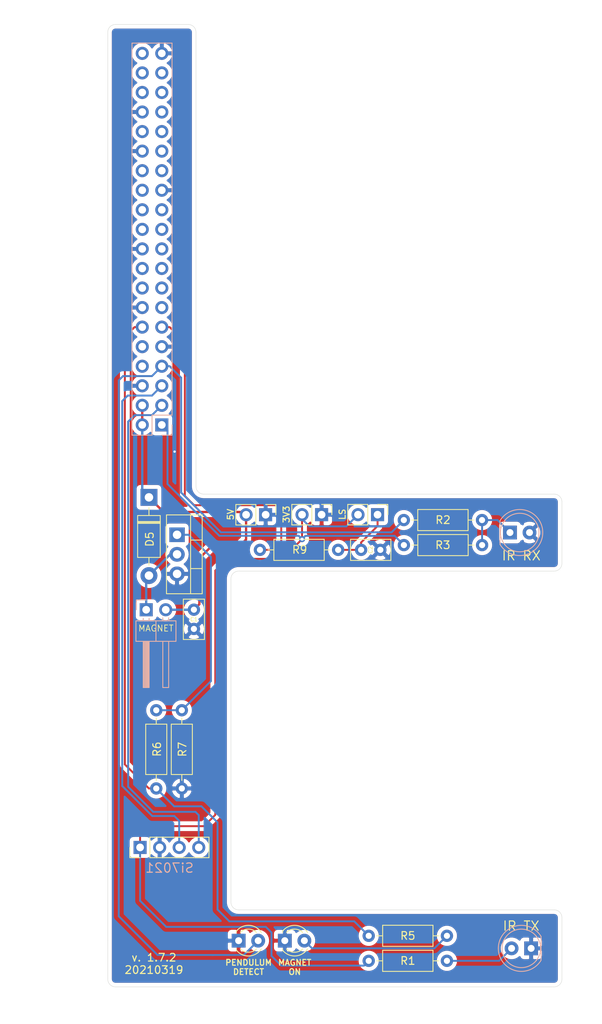
<source format=kicad_pcb>
(kicad_pcb (version 20171130) (host pcbnew "(5.1.9-0-10_14)")
  (layers (0 F.Cu signal) (31 B.Cu signal) (34 B.Paste user) (35 F.Paste user) (36 B.SilkS user) (37 F.SilkS user) (38 B.Mask user) (39 F.Mask user) (44 Edge.Cuts user))
  (net 0 "")
  (net 1 "Net-(D1-Pad2)")
  (net 2 GND)
  (net 3 /GPIO4)
  (net 4 "Net-(J1-Pad40)")
  (net 5 "Net-(J1-Pad38)")
  (net 6 "Net-(J1-Pad37)")
  (net 7 "Net-(J1-Pad36)")
  (net 8 "Net-(J1-Pad35)")
  (net 9 "Net-(J1-Pad33)")
  (net 10 "Net-(J1-Pad32)")
  (net 11 "Net-(J1-Pad31)")
  (net 12 "Net-(J1-Pad29)")
  (net 13 "Net-(J1-Pad28)")
  (net 14 "Net-(J1-Pad27)")
  (net 15 "Net-(J1-Pad26)")
  (net 16 "Net-(J1-Pad24)")
  (net 17 "Net-(J1-Pad23)")
  (net 18 "Net-(J1-Pad22)")
  (net 19 "Net-(J1-Pad21)")
  (net 20 "Net-(J1-Pad19)")
  (net 21 "Net-(J1-Pad18)")
  (net 22 "Net-(J1-Pad16)")
  (net 23 "Net-(J1-Pad15)")
  (net 24 "Net-(J1-Pad13)")
  (net 25 "Net-(J1-Pad10)")
  (net 26 /SCL)
  (net 27 /SDA)
  (net 28 /3V3)
  (net 29 "Net-(D2-Pad1)")
  (net 30 /5V)
  (net 31 "Net-(D4-Pad2)")
  (net 32 "Net-(D5-Pad2)")
  (net 33 "Net-(Q1-Pad1)")
  (net 34 "Net-(J1-Pad8)")
  (net 35 /GPIO18)
  (net 36 /GPIO17)
  (net 37 "Net-(C2-Pad1)")
  (module Resistor_THT:R_Axial_DIN0207_L6.3mm_D2.5mm_P10.16mm_Horizontal (layer F.Cu) (at 137.93 107.24 180)
    (fp_text reference R9 (at 5 0.02) (layer F.SilkS))
    (fp_text value 100)
    (fp_line (start 9.12 0) (end 8.35 0) (layer F.SilkS) (width 0.12))
    (fp_line (start 1.04 0) (end 1.81 0) (layer F.SilkS) (width 0.12))
    (fp_line (start 8.35 -1.37) (end 1.81 -1.37) (layer F.SilkS) (width 0.12))
    (fp_line (start 8.35 1.37) (end 8.35 -1.37) (layer F.SilkS) (width 0.12))
    (fp_line (start 1.81 1.37) (end 8.35 1.37) (layer F.SilkS) (width 0.12))
    (fp_line (start 1.81 -1.37) (end 1.81 1.37) (layer F.SilkS) (width 0.12))
    (pad 2 thru_hole oval (at 10.16 0 180) (size 1.6 1.6) (drill 0.8) (layers *.Cu *.Mask) (net 36 /GPIO17))
    (pad 1 thru_hole circle (at 0 0 180) (size 1.6 1.6) (drill 0.8) (layers *.Cu *.Mask) (net 37 "Net-(C2-Pad1)"))
  )
  (module Connector_PinHeader_2.54mm:PinHeader_1x02_P2.54mm_Vertical (layer F.Cu) (at 143.05 102.67 270)
    (fp_text reference R8 hide)
    (fp_text value R_PHOTO)
    (fp_line (start -1.33 -1.33) (end 0 -1.33) (layer F.SilkS) (width 0.12))
    (fp_line (start -1.33 0) (end -1.33 -1.33) (layer F.SilkS) (width 0.12))
    (fp_line (start -1.33 1.27) (end 1.33 1.27) (layer F.SilkS) (width 0.12))
    (fp_line (start 1.33 1.27) (end 1.33 3.87) (layer F.SilkS) (width 0.12))
    (fp_line (start -1.33 1.27) (end -1.33 3.87) (layer F.SilkS) (width 0.12))
    (fp_line (start -1.33 3.87) (end 1.33 3.87) (layer F.SilkS) (width 0.12))
    (pad 2 thru_hole oval (at 0 2.54 270) (size 1.7 1.7) (drill 1) (layers *.Cu *.Mask) (net 28 /3V3))
    (pad 1 thru_hole rect (at 0 0 270) (size 1.7 1.7) (drill 1) (layers *.Cu *.Mask) (net 37 "Net-(C2-Pad1)"))
  )
  (module Capacitor_THT:C_Disc_D5.0mm_W2.5mm_P2.50mm (layer F.Cu) (at 140.91 107.24)
    (fp_text reference C2 (at 1.23 0 90) (layer F.SilkS) (effects (font (size 0.5 0.5) (thickness 0.1))))
    (fp_text value 1)
    (fp_line (start 3.87 -1.37) (end 3.87 1.37) (layer F.SilkS) (width 0.12))
    (fp_line (start -1.37 -1.37) (end -1.37 1.37) (layer F.SilkS) (width 0.12))
    (fp_line (start -1.37 1.37) (end 3.87 1.37) (layer F.SilkS) (width 0.12))
    (fp_line (start -1.37 -1.37) (end 3.87 -1.37) (layer F.SilkS) (width 0.12))
    (pad 2 thru_hole circle (at 2.5 0) (size 1.6 1.6) (drill 0.8) (layers *.Cu *.Mask) (net 2 GND))
    (pad 1 thru_hole circle (at 0 0) (size 1.6 1.6) (drill 0.8) (layers *.Cu *.Mask) (net 37 "Net-(C2-Pad1)"))
  )
  (module Connector_PinHeader_2.54mm:PinHeader_1x02_P2.54mm_Vertical (layer F.Cu) (at 135.78 102.67 270)
    (fp_text reference J3 hide)
    (fp_text value Conn_01x02_Male)
    (fp_line (start -1.33 3.87) (end 1.33 3.87) (layer F.SilkS) (width 0.12))
    (fp_line (start -1.33 1.27) (end -1.33 3.87) (layer F.SilkS) (width 0.12))
    (fp_line (start 1.33 1.27) (end 1.33 3.87) (layer F.SilkS) (width 0.12))
    (fp_line (start -1.33 1.27) (end 1.33 1.27) (layer F.SilkS) (width 0.12))
    (fp_line (start -1.33 0) (end -1.33 -1.33) (layer F.SilkS) (width 0.12))
    (fp_line (start -1.33 -1.33) (end 0 -1.33) (layer F.SilkS) (width 0.12))
    (pad 2 thru_hole oval (at 0 2.54 270) (size 1.7 1.7) (drill 1) (layers *.Cu *.Mask) (net 28 /3V3))
    (pad 1 thru_hole rect (at 0 0 270) (size 1.7 1.7) (drill 1) (layers *.Cu *.Mask) (net 2 GND))
  )
  (module Connector_PinHeader_2.54mm:PinHeader_1x02_P2.54mm_Vertical (layer F.Cu) (at 128.51 102.68 270)
    (fp_text reference J2 hide)
    (fp_text value Conn_01x02_Male)
    (fp_line (start -1.33 3.87) (end 1.33 3.87) (layer F.SilkS) (width 0.12))
    (fp_line (start -1.33 1.27) (end -1.33 3.87) (layer F.SilkS) (width 0.12))
    (fp_line (start 1.33 1.27) (end 1.33 3.87) (layer F.SilkS) (width 0.12))
    (fp_line (start -1.33 1.27) (end 1.33 1.27) (layer F.SilkS) (width 0.12))
    (fp_line (start -1.33 0) (end -1.33 -1.33) (layer F.SilkS) (width 0.12))
    (fp_line (start -1.33 -1.33) (end 0 -1.33) (layer F.SilkS) (width 0.12))
    (pad 2 thru_hole oval (at 0 2.54 270) (size 1.7 1.7) (drill 1) (layers *.Cu *.Mask) (net 30 /5V))
    (pad 1 thru_hole rect (at 0 0 270) (size 1.7 1.7) (drill 1) (layers *.Cu *.Mask) (net 2 GND))
  )
  (module Package_TO_SOT_THT:TO-220-3_Vertical (layer F.Cu) (at 117 105.28 270)
    (fp_text reference Q1 hide)
    (fp_text value IRLZ34N)
    (fp_line (start 4.391 -3.27) (end 4.391 -1.76) (layer F.SilkS) (width 0.12))
    (fp_line (start 0.69 -3.27) (end 0.69 -1.76) (layer F.SilkS) (width 0.12))
    (fp_line (start -2.58 -1.76) (end 7.66 -1.76) (layer F.SilkS) (width 0.12))
    (fp_line (start 7.66 -3.27) (end 7.66 1.371) (layer F.SilkS) (width 0.12))
    (fp_line (start -2.58 -3.27) (end -2.58 1.371) (layer F.SilkS) (width 0.12))
    (fp_line (start -2.58 1.371) (end 7.66 1.371) (layer F.SilkS) (width 0.12))
    (fp_line (start -2.58 -3.27) (end 7.66 -3.27) (layer F.SilkS) (width 0.12))
    (pad 3 thru_hole oval (at 5.08 0 270) (size 1.905 2) (drill 1.1) (layers *.Cu *.Mask) (net 2 GND))
    (pad 2 thru_hole oval (at 2.54 0 270) (size 1.905 2) (drill 1.1) (layers *.Cu *.Mask) (net 32 "Net-(D5-Pad2)"))
    (pad 1 thru_hole rect (at 0 0 270) (size 1.905 2) (drill 1.1) (layers *.Cu *.Mask) (net 33 "Net-(Q1-Pad1)"))
  )
  (module Resistor_THT:R_Axial_DIN0207_L6.3mm_D2.5mm_P10.16mm_Horizontal (layer F.Cu) (at 117.62 128.07 270)
    (fp_text reference R7 (at 5.08 -0.08 90) (layer F.SilkS))
    (fp_text value 100K)
    (fp_line (start 9.12 0) (end 8.35 0) (layer F.SilkS) (width 0.12))
    (fp_line (start 1.04 0) (end 1.81 0) (layer F.SilkS) (width 0.12))
    (fp_line (start 8.35 -1.37) (end 1.81 -1.37) (layer F.SilkS) (width 0.12))
    (fp_line (start 8.35 1.37) (end 8.35 -1.37) (layer F.SilkS) (width 0.12))
    (fp_line (start 1.81 1.37) (end 8.35 1.37) (layer F.SilkS) (width 0.12))
    (fp_line (start 1.81 -1.37) (end 1.81 1.37) (layer F.SilkS) (width 0.12))
    (pad 2 thru_hole oval (at 10.16 0 270) (size 1.6 1.6) (drill 0.8) (layers *.Cu *.Mask) (net 2 GND))
    (pad 1 thru_hole circle (at 0 0 270) (size 1.6 1.6) (drill 0.8) (layers *.Cu *.Mask) (net 33 "Net-(Q1-Pad1)"))
  )
  (module Resistor_THT:R_Axial_DIN0207_L6.3mm_D2.5mm_P10.16mm_Horizontal (layer F.Cu) (at 114.3 128.07 270)
    (fp_text reference R6 (at 5.06 -0.1 90) (layer F.SilkS))
    (fp_text value 100)
    (fp_line (start 9.12 0) (end 8.35 0) (layer F.SilkS) (width 0.12))
    (fp_line (start 1.04 0) (end 1.81 0) (layer F.SilkS) (width 0.12))
    (fp_line (start 8.35 -1.37) (end 1.81 -1.37) (layer F.SilkS) (width 0.12))
    (fp_line (start 8.35 1.37) (end 8.35 -1.37) (layer F.SilkS) (width 0.12))
    (fp_line (start 1.81 1.37) (end 8.35 1.37) (layer F.SilkS) (width 0.12))
    (fp_line (start 1.81 -1.37) (end 1.81 1.37) (layer F.SilkS) (width 0.12))
    (pad 2 thru_hole oval (at 10.16 0 270) (size 1.6 1.6) (drill 0.8) (layers *.Cu *.Mask) (net 35 /GPIO18))
    (pad 1 thru_hole circle (at 0 0 270) (size 1.6 1.6) (drill 0.8) (layers *.Cu *.Mask) (net 33 "Net-(Q1-Pad1)"))
  )
  (module Resistor_THT:R_Axial_DIN0207_L6.3mm_D2.5mm_P10.16mm_Horizontal (layer F.Cu) (at 141.9 157.37)
    (fp_text reference R5 (at 5.08 0) (layer F.SilkS))
    (fp_text value 330)
    (fp_line (start 9.12 0) (end 8.35 0) (layer F.SilkS) (width 0.12))
    (fp_line (start 1.04 0) (end 1.81 0) (layer F.SilkS) (width 0.12))
    (fp_line (start 8.35 -1.37) (end 1.81 -1.37) (layer F.SilkS) (width 0.12))
    (fp_line (start 8.35 1.37) (end 8.35 -1.37) (layer F.SilkS) (width 0.12))
    (fp_line (start 1.81 1.37) (end 8.35 1.37) (layer F.SilkS) (width 0.12))
    (fp_line (start 1.81 -1.37) (end 1.81 1.37) (layer F.SilkS) (width 0.12))
    (pad 2 thru_hole oval (at 10.16 0) (size 1.6 1.6) (drill 0.8) (layers *.Cu *.Mask) (net 31 "Net-(D4-Pad2)"))
    (pad 1 thru_hole circle (at 0 0) (size 1.6 1.6) (drill 0.8) (layers *.Cu *.Mask) (net 35 /GPIO18))
  )
  (module Connector_PinHeader_2.54mm:PinHeader_1x02_P2.54mm_Horizontal (layer B.Cu) (at 112.99 115.02 270)
    (fp_text reference L1 hide)
    (fp_text value Electromagnetic_Actor)
    (fp_line (start -1.27 1.27) (end 0 1.27) (layer B.SilkS) (width 0.12))
    (fp_line (start -1.27 0) (end -1.27 1.27) (layer B.SilkS) (width 0.12))
    (fp_line (start 1.042929 -2.92) (end 1.44 -2.92) (layer B.SilkS) (width 0.12))
    (fp_line (start 1.042929 -2.16) (end 1.44 -2.16) (layer B.SilkS) (width 0.12))
    (fp_line (start 10.1 -2.92) (end 4.1 -2.92) (layer B.SilkS) (width 0.12))
    (fp_line (start 10.1 -2.16) (end 10.1 -2.92) (layer B.SilkS) (width 0.12))
    (fp_line (start 4.1 -2.16) (end 10.1 -2.16) (layer B.SilkS) (width 0.12))
    (fp_line (start 1.44 -1.27) (end 4.1 -1.27) (layer B.SilkS) (width 0.12))
    (fp_line (start 1.11 -0.38) (end 1.44 -0.38) (layer B.SilkS) (width 0.12))
    (fp_line (start 1.11 0.38) (end 1.44 0.38) (layer B.SilkS) (width 0.12))
    (fp_line (start 4.1 -0.28) (end 10.1 -0.28) (layer B.SilkS) (width 0.12))
    (fp_line (start 4.1 -0.16) (end 10.1 -0.16) (layer B.SilkS) (width 0.12))
    (fp_line (start 4.1 -0.04) (end 10.1 -0.04) (layer B.SilkS) (width 0.12))
    (fp_line (start 4.1 0.08) (end 10.1 0.08) (layer B.SilkS) (width 0.12))
    (fp_line (start 4.1 0.2) (end 10.1 0.2) (layer B.SilkS) (width 0.12))
    (fp_line (start 4.1 0.32) (end 10.1 0.32) (layer B.SilkS) (width 0.12))
    (fp_line (start 10.1 -0.38) (end 4.1 -0.38) (layer B.SilkS) (width 0.12))
    (fp_line (start 10.1 0.38) (end 10.1 -0.38) (layer B.SilkS) (width 0.12))
    (fp_line (start 4.1 0.38) (end 10.1 0.38) (layer B.SilkS) (width 0.12))
    (fp_line (start 4.1 1.33) (end 1.44 1.33) (layer B.SilkS) (width 0.12))
    (fp_line (start 4.1 -3.87) (end 4.1 1.33) (layer B.SilkS) (width 0.12))
    (fp_line (start 1.44 -3.87) (end 4.1 -3.87) (layer B.SilkS) (width 0.12))
    (fp_line (start 1.44 1.33) (end 1.44 -3.87) (layer B.SilkS) (width 0.12))
    (pad 2 thru_hole oval (at 0 -2.54 270) (size 1.7 1.7) (drill 1) (layers *.Cu *.Mask) (net 30 /5V))
    (pad 1 thru_hole rect (at 0 0 270) (size 1.7 1.7) (drill 1) (layers *.Cu *.Mask) (net 32 "Net-(D5-Pad2)"))
  )
  (module Diode_THT:D_DO-41_SOD81_P10.16mm_Horizontal (layer F.Cu) (at 113.35 100.42 270)
    (fp_text reference D5 (at 5.44 -0.1 90) (layer F.SilkS))
    (fp_text value 1N5817)
    (fp_line (start 3.14 -1.47) (end 3.14 1.47) (layer F.SilkS) (width 0.12))
    (fp_line (start 3.38 -1.47) (end 3.38 1.47) (layer F.SilkS) (width 0.12))
    (fp_line (start 3.26 -1.47) (end 3.26 1.47) (layer F.SilkS) (width 0.12))
    (fp_line (start 8.82 0) (end 7.8 0) (layer F.SilkS) (width 0.12))
    (fp_line (start 1.34 0) (end 2.36 0) (layer F.SilkS) (width 0.12))
    (fp_line (start 7.8 -1.47) (end 2.36 -1.47) (layer F.SilkS) (width 0.12))
    (fp_line (start 7.8 1.47) (end 7.8 -1.47) (layer F.SilkS) (width 0.12))
    (fp_line (start 2.36 1.47) (end 7.8 1.47) (layer F.SilkS) (width 0.12))
    (fp_line (start 2.36 -1.47) (end 2.36 1.47) (layer F.SilkS) (width 0.12))
    (pad 2 thru_hole oval (at 10.16 0 270) (size 2.2 2.2) (drill 1.1) (layers *.Cu *.Mask) (net 32 "Net-(D5-Pad2)"))
    (pad 1 thru_hole rect (at 0 0 270) (size 2.2 2.2) (drill 1.1) (layers *.Cu *.Mask) (net 30 /5V))
  )
  (module LED_THT:LED_D3.0mm (layer F.Cu) (at 131 158)
    (fp_text reference D4 hide)
    (fp_text value LED)
    (fp_line (start -0.29 1.08) (end -0.29 1.236) (layer F.SilkS) (width 0.12))
    (fp_line (start -0.29 -1.236) (end -0.29 -1.08) (layer F.SilkS) (width 0.12))
    (fp_arc (start 1.27 0) (end 0.229039 1.08) (angle -87.9) (layer F.SilkS) (width 0.12))
    (fp_arc (start 1.27 0) (end 0.229039 -1.08) (angle 87.9) (layer F.SilkS) (width 0.12))
    (fp_arc (start 1.27 0) (end -0.29 1.235516) (angle -108.8) (layer F.SilkS) (width 0.12))
    (fp_arc (start 1.27 0) (end -0.29 -1.235516) (angle 108.8) (layer F.SilkS) (width 0.12))
    (pad 2 thru_hole circle (at 2.54 0) (size 1.8 1.8) (drill 0.9) (layers *.Cu *.Mask) (net 31 "Net-(D4-Pad2)"))
    (pad 1 thru_hole rect (at 0 0) (size 1.8 1.8) (drill 0.9) (layers *.Cu *.Mask) (net 2 GND))
  )
  (module LED_THT:LED_D3.0mm (layer F.Cu) (at 125 158)
    (fp_text reference D3 hide)
    (fp_text value LED)
    (fp_line (start -0.29 1.08) (end -0.29 1.236) (layer F.SilkS) (width 0.12))
    (fp_line (start -0.29 -1.236) (end -0.29 -1.08) (layer F.SilkS) (width 0.12))
    (fp_arc (start 1.27 0) (end 0.229039 1.08) (angle -87.9) (layer F.SilkS) (width 0.12))
    (fp_arc (start 1.27 0) (end 0.229039 -1.08) (angle 87.9) (layer F.SilkS) (width 0.12))
    (fp_arc (start 1.27 0) (end -0.29 1.235516) (angle -108.8) (layer F.SilkS) (width 0.12))
    (fp_arc (start 1.27 0) (end -0.29 -1.235516) (angle 108.8) (layer F.SilkS) (width 0.12))
    (pad 2 thru_hole circle (at 2.54 0) (size 1.8 1.8) (drill 0.9) (layers *.Cu *.Mask) (net 3 /GPIO4))
    (pad 1 thru_hole rect (at 0 0) (size 1.8 1.8) (drill 0.9) (layers *.Cu *.Mask) (net 2 GND))
  )
  (module Capacitor_THT:C_Disc_D5.0mm_W2.5mm_P2.50mm (layer F.Cu) (at 119.19 115.01 270)
    (fp_text reference C1 (at 1.27 0 180) (layer F.SilkS) (effects (font (size 0.5 0.5) (thickness 0.1))))
    (fp_text value 0.1)
    (fp_line (start 3.87 -1.37) (end 3.87 1.37) (layer F.SilkS) (width 0.12))
    (fp_line (start -1.37 -1.37) (end -1.37 1.37) (layer F.SilkS) (width 0.12))
    (fp_line (start -1.37 1.37) (end 3.87 1.37) (layer F.SilkS) (width 0.12))
    (fp_line (start -1.37 -1.37) (end 3.87 -1.37) (layer F.SilkS) (width 0.12))
    (pad 2 thru_hole circle (at 2.5 0 270) (size 1.6 1.6) (drill 0.8) (layers *.Cu *.Mask) (net 2 GND))
    (pad 1 thru_hole circle (at 0 0 270) (size 1.6 1.6) (drill 0.8) (layers *.Cu *.Mask) (net 30 /5V))
  )
  (module Connector_PinSocket_2.54mm:PinSocket_2x20_P2.54mm_Vertical (layer B.Cu) (at 115.02 91.01)
    (fp_text reference J1 hide)
    (fp_text value "Raspberry Pi")
    (fp_line (start -3.87 1.33) (end -1.27 1.33) (layer B.SilkS) (width 0.12))
    (fp_line (start -3.87 1.33) (end -3.87 -49.59) (layer B.SilkS) (width 0.12))
    (fp_line (start -3.87 -49.59) (end 1.33 -49.59) (layer B.SilkS) (width 0.12))
    (fp_line (start 1.33 -1.27) (end 1.33 -49.59) (layer B.SilkS) (width 0.12))
    (fp_line (start -1.27 -1.27) (end 1.33 -1.27) (layer B.SilkS) (width 0.12))
    (fp_line (start -1.27 1.33) (end -1.27 -1.27) (layer B.SilkS) (width 0.12))
    (fp_line (start 1.33 1.33) (end 1.33 0) (layer B.SilkS) (width 0.12))
    (fp_line (start 0 1.33) (end 1.33 1.33) (layer B.SilkS) (width 0.12))
    (pad 40 thru_hole oval (at -2.54 -48.26) (size 1.7 1.7) (drill 1) (layers *.Cu *.Mask) (net 4 "Net-(J1-Pad40)"))
    (pad 39 thru_hole oval (at 0 -48.26) (size 1.7 1.7) (drill 1) (layers *.Cu *.Mask) (net 2 GND))
    (pad 38 thru_hole oval (at -2.54 -45.72) (size 1.7 1.7) (drill 1) (layers *.Cu *.Mask) (net 5 "Net-(J1-Pad38)"))
    (pad 37 thru_hole oval (at 0 -45.72) (size 1.7 1.7) (drill 1) (layers *.Cu *.Mask) (net 6 "Net-(J1-Pad37)"))
    (pad 36 thru_hole oval (at -2.54 -43.18) (size 1.7 1.7) (drill 1) (layers *.Cu *.Mask) (net 7 "Net-(J1-Pad36)"))
    (pad 35 thru_hole oval (at 0 -43.18) (size 1.7 1.7) (drill 1) (layers *.Cu *.Mask) (net 8 "Net-(J1-Pad35)"))
    (pad 34 thru_hole oval (at -2.54 -40.64) (size 1.7 1.7) (drill 1) (layers *.Cu *.Mask) (net 2 GND))
    (pad 33 thru_hole oval (at 0 -40.64) (size 1.7 1.7) (drill 1) (layers *.Cu *.Mask) (net 9 "Net-(J1-Pad33)"))
    (pad 32 thru_hole oval (at -2.54 -38.1) (size 1.7 1.7) (drill 1) (layers *.Cu *.Mask) (net 10 "Net-(J1-Pad32)"))
    (pad 31 thru_hole oval (at 0 -38.1) (size 1.7 1.7) (drill 1) (layers *.Cu *.Mask) (net 11 "Net-(J1-Pad31)"))
    (pad 30 thru_hole oval (at -2.54 -35.56) (size 1.7 1.7) (drill 1) (layers *.Cu *.Mask) (net 2 GND))
    (pad 29 thru_hole oval (at 0 -35.56) (size 1.7 1.7) (drill 1) (layers *.Cu *.Mask) (net 12 "Net-(J1-Pad29)"))
    (pad 28 thru_hole oval (at -2.54 -33.02) (size 1.7 1.7) (drill 1) (layers *.Cu *.Mask) (net 13 "Net-(J1-Pad28)"))
    (pad 27 thru_hole oval (at 0 -33.02) (size 1.7 1.7) (drill 1) (layers *.Cu *.Mask) (net 14 "Net-(J1-Pad27)"))
    (pad 26 thru_hole oval (at -2.54 -30.48) (size 1.7 1.7) (drill 1) (layers *.Cu *.Mask) (net 15 "Net-(J1-Pad26)"))
    (pad 25 thru_hole oval (at 0 -30.48) (size 1.7 1.7) (drill 1) (layers *.Cu *.Mask) (net 2 GND))
    (pad 24 thru_hole oval (at -2.54 -27.94) (size 1.7 1.7) (drill 1) (layers *.Cu *.Mask) (net 16 "Net-(J1-Pad24)"))
    (pad 23 thru_hole oval (at 0 -27.94) (size 1.7 1.7) (drill 1) (layers *.Cu *.Mask) (net 17 "Net-(J1-Pad23)"))
    (pad 22 thru_hole oval (at -2.54 -25.4) (size 1.7 1.7) (drill 1) (layers *.Cu *.Mask) (net 18 "Net-(J1-Pad22)"))
    (pad 21 thru_hole oval (at 0 -25.4) (size 1.7 1.7) (drill 1) (layers *.Cu *.Mask) (net 19 "Net-(J1-Pad21)"))
    (pad 20 thru_hole oval (at -2.54 -22.86) (size 1.7 1.7) (drill 1) (layers *.Cu *.Mask) (net 2 GND))
    (pad 19 thru_hole oval (at 0 -22.86) (size 1.7 1.7) (drill 1) (layers *.Cu *.Mask) (net 20 "Net-(J1-Pad19)"))
    (pad 18 thru_hole oval (at -2.54 -20.32) (size 1.7 1.7) (drill 1) (layers *.Cu *.Mask) (net 21 "Net-(J1-Pad18)"))
    (pad 17 thru_hole oval (at 0 -20.32) (size 1.7 1.7) (drill 1) (layers *.Cu *.Mask) (net 28 /3V3))
    (pad 16 thru_hole oval (at -2.54 -17.78) (size 1.7 1.7) (drill 1) (layers *.Cu *.Mask) (net 22 "Net-(J1-Pad16)"))
    (pad 15 thru_hole oval (at 0 -17.78) (size 1.7 1.7) (drill 1) (layers *.Cu *.Mask) (net 23 "Net-(J1-Pad15)"))
    (pad 14 thru_hole oval (at -2.54 -15.24) (size 1.7 1.7) (drill 1) (layers *.Cu *.Mask) (net 2 GND))
    (pad 13 thru_hole oval (at 0 -15.24) (size 1.7 1.7) (drill 1) (layers *.Cu *.Mask) (net 24 "Net-(J1-Pad13)"))
    (pad 12 thru_hole oval (at -2.54 -12.7) (size 1.7 1.7) (drill 1) (layers *.Cu *.Mask) (net 35 /GPIO18))
    (pad 11 thru_hole oval (at 0 -12.7) (size 1.7 1.7) (drill 1) (layers *.Cu *.Mask) (net 36 /GPIO17))
    (pad 10 thru_hole oval (at -2.54 -10.16) (size 1.7 1.7) (drill 1) (layers *.Cu *.Mask) (net 25 "Net-(J1-Pad10)"))
    (pad 9 thru_hole oval (at 0 -10.16) (size 1.7 1.7) (drill 1) (layers *.Cu *.Mask) (net 2 GND))
    (pad 8 thru_hole oval (at -2.54 -7.62) (size 1.7 1.7) (drill 1) (layers *.Cu *.Mask) (net 34 "Net-(J1-Pad8)"))
    (pad 7 thru_hole oval (at 0 -7.62) (size 1.7 1.7) (drill 1) (layers *.Cu *.Mask) (net 3 /GPIO4))
    (pad 6 thru_hole oval (at -2.54 -5.08) (size 1.7 1.7) (drill 1) (layers *.Cu *.Mask) (net 2 GND))
    (pad 5 thru_hole oval (at 0 -5.08) (size 1.7 1.7) (drill 1) (layers *.Cu *.Mask) (net 26 /SCL))
    (pad 4 thru_hole oval (at -2.54 -2.54) (size 1.7 1.7) (drill 1) (layers *.Cu *.Mask) (net 30 /5V))
    (pad 3 thru_hole oval (at 0 -2.54) (size 1.7 1.7) (drill 1) (layers *.Cu *.Mask) (net 27 /SDA))
    (pad 2 thru_hole oval (at -2.54 0) (size 1.7 1.7) (drill 1) (layers *.Cu *.Mask) (net 30 /5V))
    (pad 1 thru_hole rect (at 0 0) (size 1.7 1.7) (drill 1) (layers *.Cu *.Mask) (net 28 /3V3))
  )
  (module Connector_PinHeader_2.54mm:PinHeader_1x04_P2.54mm_Vertical (layer F.Cu) (at 112.2 145.89 90)
    (fp_text reference U1 hide)
    (fp_text value Si7021)
    (fp_line (start -1.33 8.95) (end 1.33 8.95) (layer F.SilkS) (width 0.12))
    (fp_line (start -1.33 1.27) (end -1.33 8.95) (layer F.SilkS) (width 0.12))
    (fp_line (start 1.33 1.27) (end 1.33 8.95) (layer F.SilkS) (width 0.12))
    (fp_line (start -1.33 1.27) (end 1.33 1.27) (layer F.SilkS) (width 0.12))
    (fp_line (start -1.33 0) (end -1.33 -1.33) (layer F.SilkS) (width 0.12))
    (fp_line (start -1.33 -1.33) (end 0 -1.33) (layer F.SilkS) (width 0.12))
    (pad 4 thru_hole oval (at 0 7.62 90) (size 1.7 1.7) (drill 1) (layers *.Cu *.Mask) (net 27 /SDA))
    (pad 3 thru_hole oval (at 0 5.08 90) (size 1.7 1.7) (drill 1) (layers *.Cu *.Mask) (net 26 /SCL))
    (pad 2 thru_hole oval (at 0 2.54 90) (size 1.7 1.7) (drill 1) (layers *.Cu *.Mask) (net 2 GND))
    (pad 1 thru_hole rect (at 0 0 90) (size 1.7 1.7) (drill 1) (layers *.Cu *.Mask) (net 28 /3V3))
  )
  (module Resistor_THT:R_Axial_DIN0207_L6.3mm_D2.5mm_P10.16mm_Horizontal (layer F.Cu) (at 156.63 106.62 180)
    (fp_text reference R3 (at 5.1 0) (layer F.SilkS))
    (fp_text value 10K)
    (fp_line (start 1.81 -1.37) (end 1.81 1.37) (layer F.SilkS) (width 0.12))
    (fp_line (start 1.81 1.37) (end 8.35 1.37) (layer F.SilkS) (width 0.12))
    (fp_line (start 8.35 1.37) (end 8.35 -1.37) (layer F.SilkS) (width 0.12))
    (fp_line (start 8.35 -1.37) (end 1.81 -1.37) (layer F.SilkS) (width 0.12))
    (fp_line (start 1.04 0) (end 1.81 0) (layer F.SilkS) (width 0.12))
    (fp_line (start 9.12 0) (end 8.35 0) (layer F.SilkS) (width 0.12))
    (pad 2 thru_hole oval (at 10.16 0 180) (size 1.6 1.6) (drill 0.8) (layers *.Cu *.Mask) (net 28 /3V3))
    (pad 1 thru_hole circle (at 0 0 180) (size 1.6 1.6) (drill 0.8) (layers *.Cu *.Mask) (net 29 "Net-(D2-Pad1)"))
  )
  (module Resistor_THT:R_Axial_DIN0207_L6.3mm_D2.5mm_P10.16mm_Horizontal (layer F.Cu) (at 146.46 103.37)
    (fp_text reference R2 (at 5.09 -0.01) (layer F.SilkS))
    (fp_text value 470)
    (fp_line (start 1.81 -1.37) (end 1.81 1.37) (layer F.SilkS) (width 0.12))
    (fp_line (start 1.81 1.37) (end 8.35 1.37) (layer F.SilkS) (width 0.12))
    (fp_line (start 8.35 1.37) (end 8.35 -1.37) (layer F.SilkS) (width 0.12))
    (fp_line (start 8.35 -1.37) (end 1.81 -1.37) (layer F.SilkS) (width 0.12))
    (fp_line (start 1.04 0) (end 1.81 0) (layer F.SilkS) (width 0.12))
    (fp_line (start 9.12 0) (end 8.35 0) (layer F.SilkS) (width 0.12))
    (pad 2 thru_hole oval (at 10.16 0) (size 1.6 1.6) (drill 0.8) (layers *.Cu *.Mask) (net 29 "Net-(D2-Pad1)"))
    (pad 1 thru_hole circle (at 0 0) (size 1.6 1.6) (drill 0.8) (layers *.Cu *.Mask) (net 3 /GPIO4))
  )
  (module Resistor_THT:R_Axial_DIN0207_L6.3mm_D2.5mm_P10.16mm_Horizontal (layer F.Cu) (at 141.9 160.62)
    (fp_text reference R1 (at 5.08 0) (layer F.SilkS))
    (fp_text value 470)
    (fp_line (start 1.81 -1.37) (end 1.81 1.37) (layer F.SilkS) (width 0.12))
    (fp_line (start 1.81 1.37) (end 8.35 1.37) (layer F.SilkS) (width 0.12))
    (fp_line (start 8.35 1.37) (end 8.35 -1.37) (layer F.SilkS) (width 0.12))
    (fp_line (start 8.35 -1.37) (end 1.81 -1.37) (layer F.SilkS) (width 0.12))
    (fp_line (start 1.04 0) (end 1.81 0) (layer F.SilkS) (width 0.12))
    (fp_line (start 9.12 0) (end 8.35 0) (layer F.SilkS) (width 0.12))
    (pad 2 thru_hole oval (at 10.16 0) (size 1.6 1.6) (drill 0.8) (layers *.Cu *.Mask) (net 1 "Net-(D1-Pad2)"))
    (pad 1 thru_hole circle (at 0 0) (size 1.6 1.6) (drill 0.8) (layers *.Cu *.Mask) (net 28 /3V3))
  )
  (module LED_THT:LED_D5.0mm_IRGrey (layer B.Cu) (at 160.25 104.99)
    (fp_text reference D2 hide)
    (fp_text value "IR RX" hide)
    (fp_line (start -1.29 1.545) (end -1.29 -1.545) (layer B.SilkS) (width 0.12))
    (fp_circle (center 1.27 0) (end 3.77 0) (layer B.SilkS) (width 0.12))
    (fp_arc (start 1.27 0) (end -1.29 -1.54483) (angle 148.9) (layer B.SilkS) (width 0.12))
    (fp_arc (start 1.27 0) (end -1.29 1.54483) (angle -148.9) (layer B.SilkS) (width 0.12))
    (pad 2 thru_hole circle (at 2.54 0) (size 1.8 1.8) (drill 0.9) (layers *.Cu *.Mask) (net 2 GND))
    (pad 1 thru_hole rect (at 0 0) (size 1.8 1.8) (drill 0.9) (layers *.Cu *.Mask) (net 29 "Net-(D2-Pad1)"))
  )
  (module LED_THT:LED_D5.0mm_IRGrey (layer B.Cu) (at 163 159 180)
    (fp_text reference D1 hide)
    (fp_text value "IR LED")
    (fp_line (start -1.29 1.545) (end -1.29 -1.545) (layer B.SilkS) (width 0.12))
    (fp_circle (center 1.27 0) (end 3.77 0) (layer B.SilkS) (width 0.12))
    (fp_arc (start 1.27 0) (end -1.29 -1.54483) (angle 148.9) (layer B.SilkS) (width 0.12))
    (fp_arc (start 1.27 0) (end -1.29 1.54483) (angle -148.9) (layer B.SilkS) (width 0.12))
    (pad 2 thru_hole circle (at 2.54 0 180) (size 1.8 1.8) (drill 0.9) (layers *.Cu *.Mask) (net 1 "Net-(D1-Pad2)"))
    (pad 1 thru_hole rect (at 0 0 180) (size 1.8 1.8) (drill 0.9) (layers *.Cu *.Mask) (net 2 GND))
  )
  (gr_text LS (at 138.48 102.63 90) (layer F.SilkS) (effects (font (size 0.8 0.8))))
  (gr_text MAGNET (at 114.26 117.43) (layer F.SilkS) (effects (font (size 0.8 0.8) (thickness 0.1))))
  (gr_text 3V3 (at 131.21 102.63 90) (layer F.SilkS) (effects (font (size 0.8 0.8))))
  (gr_text 5V (at 123.96 102.64 90) (layer F.SilkS) (effects (font (size 0.8 0.8))))
  (gr_text "MAGNET\nON" (at 132.29 161.45) (layer F.SilkS) (effects (font (size 0.75 0.75))))
  (gr_text "PENDULUM\nDETECT" (at 126.29 161.45) (layer F.SilkS) (effects (font (size 0.75 0.75))))
  (gr_line (start 147 164) (end 166 164) (layer Edge.Cuts) (width 0.05))
  (gr_line (start 147 154) (end 166 154) (layer Edge.Cuts) (width 0.05))
  (gr_line (start 147 110) (end 166 110) (layer Edge.Cuts) (width 0.05))
  (gr_line (start 147 100) (end 166 100) (layer Edge.Cuts) (width 0.05))
  (gr_line (start 108 158) (end 108 163) (layer Edge.Cuts) (width 0.05))
  (gr_line (start 124 148) (end 124 153) (layer Edge.Cuts) (width 0.05))
  (gr_arc (start 109 163) (end 108 163) (angle -90) (layer Edge.Cuts) (width 0.05))
  (gr_arc (start 166 163) (end 166 164) (angle -90) (layer Edge.Cuts) (width 0.05))
  (gr_arc (start 166 155) (end 167 155) (angle -90) (layer Edge.Cuts) (width 0.05))
  (gr_arc (start 125 153) (end 124 153) (angle -90) (layer Edge.Cuts) (width 0.05))
  (gr_arc (start 125 111) (end 125 110) (angle -90) (layer Edge.Cuts) (width 0.05))
  (gr_arc (start 166 109) (end 166 110) (angle -90) (layer Edge.Cuts) (width 0.05))
  (gr_arc (start 166 101) (end 167 101) (angle -90) (layer Edge.Cuts) (width 0.05))
  (gr_arc (start 120.46 99) (end 119.46 99) (angle -90) (layer Edge.Cuts) (width 0.05))
  (gr_arc (start 118.46 40) (end 119.46 40) (angle -90) (layer Edge.Cuts) (width 0.05))
  (gr_arc (start 109 40) (end 109 39) (angle -90) (layer Edge.Cuts) (width 0.05))
  (gr_text "v. 1.7.2\n20210319" (at 114 161) (layer F.SilkS) (effects (font (size 1 1))))
  (gr_line (start 108 42) (end 108 40) (layer Edge.Cuts) (width 0.05))
  (gr_text Si7021 (at 116.02 148.56) (layer B.SilkS) (effects (font (size 1.2 1.2)) (justify mirror)))
  (gr_text "IR TX" (at 161.7 156.09) (layer F.SilkS) (effects (font (size 1.2 1.2))))
  (gr_text "IR RX" (at 161.72 108) (layer F.SilkS) (effects (font (size 1.2 1.2))))
  (gr_line (start 108 158) (end 108 42) (layer Edge.Cuts) (width 0.05))
  (gr_line (start 147 164) (end 109 164) (layer Edge.Cuts) (width 0.05))
  (gr_line (start 167 155) (end 167 163) (layer Edge.Cuts) (width 0.05))
  (gr_line (start 125 154) (end 147 154) (layer Edge.Cuts) (width 0.05))
  (gr_line (start 124 111) (end 124 148) (layer Edge.Cuts) (width 0.05))
  (gr_line (start 147 110) (end 125 110) (layer Edge.Cuts) (width 0.05))
  (gr_line (start 167 101) (end 167 109) (layer Edge.Cuts) (width 0.05))
  (gr_line (start 120.46 100) (end 147 100) (layer Edge.Cuts) (width 0.05))
  (gr_line (start 119.46 40) (end 119.46 99) (layer Edge.Cuts) (width 0.05))
  (gr_line (start 109 39) (end 118.46 39) (layer Edge.Cuts) (width 0.05))
  (segment (start 158.84 160.62) (end 160.46 159) (width 0.25) (layer B.Cu) (net 1))
  (segment (start 152.06 160.62) (end 158.84 160.62) (width 0.25) (layer B.Cu) (net 1))
  (via (at 116.68 94.48) (size 0.5) (drill 0.3) (layers F.Cu B.Cu) (net 2))
  (segment (start 125.68 159.86) (end 127.54 158) (width 0.25) (layer B.Cu) (net 3))
  (segment (start 121.71 159.86) (end 125.68 159.86) (width 0.25) (layer B.Cu) (net 3))
  (segment (start 121.55 159.86) (end 121.71 159.86) (width 0.25) (layer B.Cu) (net 3))
  (segment (start 114.46 159.86) (end 121.71 159.86) (width 0.25) (layer B.Cu) (net 3))
  (segment (start 109.43 154.83) (end 114.46 159.86) (width 0.25) (layer B.Cu) (net 3))
  (segment (start 115.02 83.39) (end 113.74 84.67) (width 0.25) (layer B.Cu) (net 3))
  (segment (start 109.43 85.22) (end 109.43 154.83) (width 0.25) (layer B.Cu) (net 3))
  (segment (start 109.98 84.67) (end 109.43 85.22) (width 0.25) (layer B.Cu) (net 3))
  (segment (start 113.74 84.67) (end 109.98 84.67) (width 0.25) (layer B.Cu) (net 3))
  (segment (start 117.54 84.89) (end 117.54 99.8) (width 0.25) (layer B.Cu) (net 3))
  (segment (start 117.54 99.8) (end 122.699989 104.959989) (width 0.25) (layer B.Cu) (net 3))
  (segment (start 115 83.38) (end 116.03 83.38) (width 0.25) (layer B.Cu) (net 3))
  (segment (start 116.03 83.38) (end 117.54 84.89) (width 0.25) (layer B.Cu) (net 3))
  (segment (start 134.333578 104.959989) (end 134.3336 104.960011) (width 0.25) (layer B.Cu) (net 3))
  (segment (start 134.3336 104.960011) (end 144.869989 104.960011) (width 0.25) (layer B.Cu) (net 3))
  (segment (start 122.699989 104.959989) (end 134.333578 104.959989) (width 0.25) (layer B.Cu) (net 3))
  (segment (start 144.869989 104.960011) (end 146.46 103.37) (width 0.25) (layer B.Cu) (net 3))
  (segment (start 113.75 87.2) (end 115.02 85.93) (width 0.25) (layer B.Cu) (net 26))
  (segment (start 109.880011 87.909989) (end 110.59 87.2) (width 0.25) (layer B.Cu) (net 26))
  (segment (start 110.59 87.2) (end 113.75 87.2) (width 0.25) (layer B.Cu) (net 26))
  (segment (start 109.880011 137.910011) (end 109.880011 87.909989) (width 0.25) (layer B.Cu) (net 26))
  (segment (start 117.28 142.44) (end 116.65 141.81) (width 0.25) (layer B.Cu) (net 26))
  (segment (start 116.65 141.81) (end 113.78 141.81) (width 0.25) (layer B.Cu) (net 26))
  (segment (start 117.28 145.73) (end 117.28 142.44) (width 0.25) (layer B.Cu) (net 26))
  (segment (start 113.78 141.81) (end 109.880011 137.910011) (width 0.25) (layer B.Cu) (net 26))
  (segment (start 111.49 89.74) (end 110.65 90.58) (width 0.25) (layer B.Cu) (net 27))
  (segment (start 113.75 89.74) (end 111.49 89.74) (width 0.25) (layer B.Cu) (net 27))
  (segment (start 115 88.49) (end 113.75 89.74) (width 0.25) (layer B.Cu) (net 27))
  (segment (start 110.65 136.38) (end 110.65 136.56) (width 0.25) (layer B.Cu) (net 27))
  (segment (start 110.65 90.58) (end 110.65 136.38) (width 0.25) (layer B.Cu) (net 27))
  (segment (start 110.65 138.01) (end 110.65 136.38) (width 0.25) (layer B.Cu) (net 27))
  (segment (start 119.39 141.27) (end 113.91 141.27) (width 0.25) (layer B.Cu) (net 27))
  (segment (start 113.91 141.27) (end 110.65 138.01) (width 0.25) (layer B.Cu) (net 27))
  (segment (start 119.82 141.7) (end 119.39 141.27) (width 0.25) (layer B.Cu) (net 27))
  (segment (start 119.82 145.73) (end 119.82 141.7) (width 0.25) (layer B.Cu) (net 27))
  (segment (start 115 91) (end 115.02 91.02) (width 0.25) (layer F.Cu) (net 28))
  (via (at 133.24 105.849998) (size 0.8) (drill 0.4) (layers F.Cu B.Cu) (net 28))
  (segment (start 133.669998 105.42) (end 133.24 105.849998) (width 0.25) (layer B.Cu) (net 28))
  (segment (start 146.47 106.62) (end 145.27 105.42) (width 0.25) (layer B.Cu) (net 28))
  (segment (start 133.24 102.67) (end 133.24 105.849998) (width 0.25) (layer F.Cu) (net 28))
  (segment (start 145.27 105.42) (end 133.669998 105.42) (width 0.25) (layer B.Cu) (net 28))
  (segment (start 122.49 105.41) (end 132.800002 105.41) (width 0.25) (layer B.Cu) (net 28))
  (segment (start 115.76 98.68) (end 122.49 105.41) (width 0.25) (layer B.Cu) (net 28))
  (segment (start 132.800002 105.41) (end 133.24 105.849998) (width 0.25) (layer B.Cu) (net 28))
  (segment (start 115.76 91.75) (end 115.76 98.68) (width 0.25) (layer B.Cu) (net 28))
  (segment (start 115.02 91.01) (end 115.76 91.75) (width 0.25) (layer B.Cu) (net 28))
  (segment (start 138.99 104.19) (end 140.51 102.67) (width 0.25) (layer B.Cu) (net 28))
  (segment (start 134.2 104.19) (end 138.99 104.19) (width 0.25) (layer B.Cu) (net 28))
  (segment (start 133.24 103.23) (end 134.2 104.19) (width 0.25) (layer B.Cu) (net 28))
  (segment (start 133.24 102.67) (end 133.24 103.23) (width 0.25) (layer B.Cu) (net 28))
  (segment (start 112.68 146.09) (end 112.16 146.09) (width 0.25) (layer F.Cu) (net 28))
  (segment (start 130.679998 108.41) (end 123.49 108.41) (width 0.25) (layer F.Cu) (net 28))
  (segment (start 123.49 108.41) (end 121.97 109.93) (width 0.25) (layer F.Cu) (net 28))
  (segment (start 133.24 105.849998) (end 130.679998 108.41) (width 0.25) (layer F.Cu) (net 28))
  (segment (start 121.97 136.58) (end 121.97 136.8) (width 0.25) (layer F.Cu) (net 28))
  (segment (start 121.97 109.93) (end 121.97 136.58) (width 0.25) (layer F.Cu) (net 28))
  (segment (start 120.5 143.13) (end 121.97 141.66) (width 0.25) (layer F.Cu) (net 28))
  (segment (start 112.97 143.13) (end 120.5 143.13) (width 0.25) (layer F.Cu) (net 28))
  (segment (start 121.97 141.66) (end 121.97 136.58) (width 0.25) (layer F.Cu) (net 28))
  (segment (start 112.2 145.73) (end 112.2 143.9) (width 0.25) (layer F.Cu) (net 28))
  (segment (start 112.2 143.9) (end 112.97 143.13) (width 0.25) (layer F.Cu) (net 28))
  (segment (start 115.59 156.21) (end 112.2 152.82) (width 0.25) (layer B.Cu) (net 28))
  (segment (start 128.54 156.21) (end 115.59 156.21) (width 0.25) (layer B.Cu) (net 28))
  (segment (start 129.27 156.94) (end 128.54 156.21) (width 0.25) (layer B.Cu) (net 28))
  (segment (start 141.9 160.62) (end 141.28 161.24) (width 0.25) (layer B.Cu) (net 28))
  (segment (start 129.27 159.98) (end 129.27 156.94) (width 0.25) (layer B.Cu) (net 28))
  (segment (start 112.2 152.82) (end 112.2 146.05) (width 0.25) (layer B.Cu) (net 28))
  (segment (start 141.28 161.24) (end 130.53 161.24) (width 0.25) (layer B.Cu) (net 28))
  (segment (start 130.53 161.24) (end 129.27 159.98) (width 0.25) (layer B.Cu) (net 28))
  (segment (start 156.63 103.38) (end 156.62 103.37) (width 0.25) (layer B.Cu) (net 29))
  (segment (start 156.63 106.62) (end 156.63 103.38) (width 0.25) (layer B.Cu) (net 29))
  (segment (start 158.63 103.37) (end 160.25 104.99) (width 0.25) (layer B.Cu) (net 29))
  (segment (start 156.62 103.37) (end 158.63 103.37) (width 0.25) (layer B.Cu) (net 29))
  (segment (start 112.48 88.47) (end 112.48 91.01) (width 0.3) (layer F.Cu) (net 30))
  (segment (start 112.48 88.47) (end 112.98 88.47) (width 0.25) (layer B.Cu) (net 30))
  (segment (start 112.48 99.45) (end 113.43 100.4) (width 0.3) (layer B.Cu) (net 30))
  (segment (start 112.48 91.01) (end 112.48 99.45) (width 0.3) (layer B.Cu) (net 30))
  (segment (start 113.43 100.4) (end 114.16 100.4) (width 0.3) (layer B.Cu) (net 30))
  (segment (start 119.18 115.02) (end 119.19 115.01) (width 0.3) (layer B.Cu) (net 30))
  (segment (start 115.53 115.02) (end 119.18 115.02) (width 0.3) (layer B.Cu) (net 30))
  (segment (start 115.91 115.02) (end 115.53 115.02) (width 0.3) (layer F.Cu) (net 30))
  (segment (start 125.97 105.89) (end 125.97 102.68) (width 0.3) (layer F.Cu) (net 30))
  (segment (start 125.06 106.8) (end 125.97 105.89) (width 0.3) (layer F.Cu) (net 30))
  (segment (start 121.44 106.8) (end 125.06 106.8) (width 0.3) (layer F.Cu) (net 30))
  (segment (start 119.19 115.01) (end 119.9 114.3) (width 0.3) (layer F.Cu) (net 30))
  (segment (start 119.9 108.34) (end 121.44 106.8) (width 0.3) (layer F.Cu) (net 30))
  (segment (start 119.9 114.3) (end 119.9 108.34) (width 0.3) (layer F.Cu) (net 30))
  (segment (start 115.25 102.32) (end 125.61 102.32) (width 0.3) (layer F.Cu) (net 30))
  (segment (start 125.61 102.32) (end 125.97 102.68) (width 0.3) (layer F.Cu) (net 30))
  (segment (start 113.35 100.42) (end 115.25 102.32) (width 0.3) (layer F.Cu) (net 30))
  (segment (start 150.44 158.99) (end 152.06 157.37) (width 0.25) (layer B.Cu) (net 31))
  (segment (start 134.53 158.99) (end 150.44 158.99) (width 0.25) (layer B.Cu) (net 31))
  (segment (start 133.54 158) (end 134.53 158.99) (width 0.25) (layer B.Cu) (net 31))
  (segment (start 113.43 109.65) (end 113.43 110.56) (width 0.25) (layer F.Cu) (net 32))
  (segment (start 113.43 114.58) (end 112.99 115.02) (width 0.3) (layer B.Cu) (net 32))
  (segment (start 116.53 107.46) (end 117.16 107.46) (width 0.3) (layer B.Cu) (net 32))
  (segment (start 112.99 110.94) (end 113.35 110.58) (width 0.3) (layer B.Cu) (net 32))
  (segment (start 112.99 115.02) (end 112.99 110.94) (width 0.3) (layer B.Cu) (net 32))
  (segment (start 116.11 107.82) (end 117.19 107.82) (width 0.3) (layer B.Cu) (net 32))
  (segment (start 116.11 107.82) (end 117 107.82) (width 0.3) (layer B.Cu) (net 32))
  (segment (start 113.35 110.58) (end 116.11 107.82) (width 0.3) (layer B.Cu) (net 32))
  (segment (start 114.3 128.07) (end 117.62 128.07) (width 0.25) (layer B.Cu) (net 33))
  (segment (start 121.4 124.29) (end 117.62 128.07) (width 0.25) (layer B.Cu) (net 33))
  (segment (start 121.4 108.17) (end 121.4 124.29) (width 0.25) (layer B.Cu) (net 33))
  (segment (start 118.51 105.28) (end 121.4 108.17) (width 0.25) (layer B.Cu) (net 33))
  (segment (start 117 105.28) (end 118.51 105.28) (width 0.25) (layer B.Cu) (net 33))
  (segment (start 110.22 79.57) (end 110.22 135.11) (width 0.25) (layer F.Cu) (net 35))
  (segment (start 113.34 138.23) (end 114.3 138.23) (width 0.25) (layer F.Cu) (net 35))
  (segment (start 110.22 135.11) (end 113.34 138.23) (width 0.25) (layer F.Cu) (net 35))
  (segment (start 111.48 78.31) (end 110.22 79.57) (width 0.25) (layer F.Cu) (net 35))
  (segment (start 112.48 78.31) (end 111.48 78.31) (width 0.25) (layer F.Cu) (net 35))
  (segment (start 120.17 140.55) (end 116.62 140.55) (width 0.25) (layer B.Cu) (net 35))
  (segment (start 116.62 140.55) (end 114.3 138.23) (width 0.25) (layer B.Cu) (net 35))
  (segment (start 141.9 157.37) (end 140.02 155.49) (width 0.25) (layer B.Cu) (net 35))
  (segment (start 122.26 153.96) (end 122.26 142.64) (width 0.25) (layer B.Cu) (net 35))
  (segment (start 122.26 142.64) (end 120.17 140.55) (width 0.25) (layer B.Cu) (net 35))
  (segment (start 123.79 155.49) (end 122.26 153.96) (width 0.25) (layer B.Cu) (net 35))
  (segment (start 140.02 155.49) (end 123.79 155.49) (width 0.25) (layer B.Cu) (net 35))
  (segment (start 116.04 78.31) (end 115.02 78.31) (width 0.25) (layer F.Cu) (net 36))
  (segment (start 118.01 80.28) (end 116.04 78.31) (width 0.25) (layer F.Cu) (net 36))
  (segment (start 118.01 100.23) (end 118.01 80.28) (width 0.25) (layer F.Cu) (net 36))
  (segment (start 119.22 101.44) (end 118.01 100.23) (width 0.25) (layer F.Cu) (net 36))
  (segment (start 129.88 101.44) (end 119.22 101.44) (width 0.25) (layer F.Cu) (net 36))
  (segment (start 130.54 102.1) (end 129.88 101.44) (width 0.25) (layer F.Cu) (net 36))
  (segment (start 130.54 106.18) (end 130.54 102.1) (width 0.25) (layer F.Cu) (net 36))
  (segment (start 129.48 107.24) (end 130.54 106.18) (width 0.25) (layer F.Cu) (net 36))
  (segment (start 127.77 107.24) (end 129.48 107.24) (width 0.25) (layer F.Cu) (net 36))
  (segment (start 140.5 107.25) (end 140.51 107.24) (width 0.25) (layer F.Cu) (net 37))
  (segment (start 140.51 107.24) (end 140.51 106.66) (width 0.25) (layer F.Cu) (net 37))
  (segment (start 137.93 107.24) (end 140.91 107.24) (width 0.25) (layer F.Cu) (net 37))
  (segment (start 143.05 104.14) (end 143.05 102.67) (width 0.25) (layer F.Cu) (net 37))
  (segment (start 140.91 106.28) (end 143.05 104.14) (width 0.25) (layer F.Cu) (net 37))
  (segment (start 140.91 107.24) (end 140.91 106.28) (width 0.25) (layer F.Cu) (net 37))
  (zone (net 2) (net_name GND) (layer F.Cu) (connect_pads (clearance 0.508)) (min_thickness 0.254) (fill yes (arc_segments 32) (thermal_gap 0.508) (thermal_bridge_width 0.508))
    (polygon (pts (xy 169.23 165.86) (xy 98 166) (xy 101 38) (xy 172.23 37.86)))
  )
  (zone (net 2) (net_name GND) (layer B.Cu) (connect_pads (clearance 0.508)) (min_thickness 0.254) (fill yes (arc_segments 32) (thermal_gap 0.508) (thermal_bridge_width 0.508))
    (polygon (pts (xy 168.46 168.82) (xy 94 167) (xy 100 37) (xy 171.46 35.82)))
  )
)
</source>
